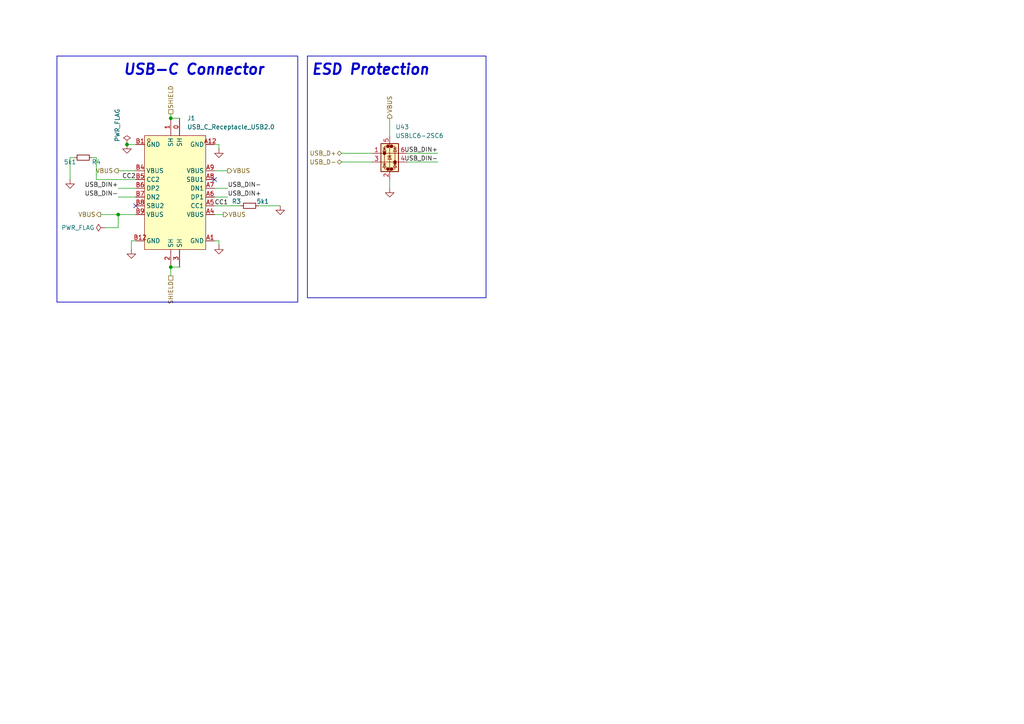
<source format=kicad_sch>
(kicad_sch (version 20250114) (generator "eeschema") (generator_version "9.0")
  (paper "A4")
  (lib_symbols
    (symbol "Device:R_Small" (pin_numbers (hide yes)) (pin_names (offset 0.254) (hide yes))
      (property "Reference" "R" (at 0.762 0.508 0))
      (property "Value" "R_Small" (at 0.762 -1.016 0))
      (symbol "R_Small_0_1"
        (rectangle (start -0.762 1.778) (end 0.762 -1.778) (stroke (width 0.2032)))
      )
      (symbol "R_Small_1_1"
        (pin passive line (at 0 2.54 270) (length 0.762) (name "~") (number "1"))
        (pin passive line (at 0 -2.54 90) (length 0.762) (name "~") (number "2"))
      )
    )
    (symbol "Power_Protection:USBLC6-2SC6" (pin_names (hide yes))
      (property "Reference" "U" (at 0.635 5.715 0))
      (property "Value" "USBLC6-2SC6" (at 0.635 3.81 0))
      (symbol "USBLC6-2SC6_0_0"
        (circle (center -1.524 0) (radius 0.0001) (stroke (width 0.508)))
        (circle (center -0.508 2.032) (radius 0.0001) (stroke (width 0.508)))
        (circle (center -0.508 -4.572) (radius 0.0001) (stroke (width 0.508)))
        (circle (center 0.508 2.032) (radius 0.0001) (stroke (width 0.508)))
        (circle (center 0.508 -4.572) (radius 0.0001) (stroke (width 0.508)))
        (circle (center 1.524 -2.54) (radius 0.0001) (stroke (width 0.508)))
      )
      (symbol "USBLC6-2SC6_0_1"
        (polyline (pts (xy -2.54 0) (xy 2.54 0)))
        (polyline (pts (xy -2.54 -2.54) (xy 2.54 -2.54)))
        (polyline (pts (xy -2.032 0.508) (xy -1.016 0.508) (xy -1.524 1.524) (xy -2.032 0.508)))
        (polyline (pts (xy -2.032 -3.048) (xy -1.016 -3.048)))
        (polyline (pts (xy -1.016 1.524) (xy -2.032 1.524)))
        (polyline (pts (xy -1.016 -4.064) (xy -2.032 -4.064) (xy -1.524 -3.048) (xy -1.016 -4.064)))
        (polyline (pts (xy -0.508 -1.143) (xy -0.508 -0.762) (xy 0.508 -0.762)))
        (polyline (pts (xy 0 2.54) (xy -0.508 2.032) (xy 0.508 2.032) (xy 0 1.524) (xy 0 -4.064) (xy -0.508 -4.572) (xy 0.508 -4.572) (xy 0 -5.08)))
        (polyline (pts (xy 0.508 -1.778) (xy -0.508 -1.778) (xy 0 -0.762) (xy 0.508 -1.778)))
        (polyline (pts (xy 1.016 1.524) (xy 2.032 1.524)))
        (polyline (pts (xy 1.016 -3.048) (xy 2.032 -3.048)))
        (polyline (pts (xy 2.032 0.508) (xy 1.016 0.508) (xy 1.524 1.524) (xy 2.032 0.508)))
        (polyline (pts (xy 2.032 -4.064) (xy 1.016 -4.064) (xy 1.524 -3.048) (xy 2.032 -4.064)))
      )
      (symbol "USBLC6-2SC6_1_1"
        (rectangle (start -2.54 2.794) (end 2.54 -5.334) (stroke (width 0.254)) (fill (type background)))
        (polyline (pts (xy -0.508 2.032) (xy -1.524 2.032) (xy -1.524 -4.572) (xy -0.508 -4.572)))
        (polyline (pts (xy 0.508 -4.572) (xy 1.524 -4.572) (xy 1.524 2.032) (xy 0.508 2.032)))
        (pin passive line (at -5.08 0 0) (length 2.54) (name "I/O1") (number "1"))
        (pin passive line (at -5.08 -2.54 0) (length 2.54) (name "I/O2") (number "3"))
        (pin passive line (at 0 5.08 270) (length 2.54) (name "VBUS") (number "5"))
        (pin passive line (at 0 -7.62 90) (length 2.54) (name "GND") (number "2"))
        (pin passive line (at 5.08 0 180) (length 2.54) (name "I/O1") (number "6"))
        (pin passive line (at 5.08 -2.54 180) (length 2.54) (name "I/O2") (number "4"))
      )
    )
    (symbol "lcsc:TYPE-C-31-M-12"
      (property "Reference" "USBC" (at 0 26.67 0))
      (property "Value" "TYPE-C-31-M-12" (at 0 -26.67 0))
      (symbol "TYPE-C-31-M-12_0_1"
        (rectangle (start -8.89 16.51) (end 8.89 -16.51) (fill (type background)))
        (circle (center -7.62 15.24) (radius 0.38))
        (pin unspecified line (at -11.43 13.97 0) (length 2.54) (name "GND") (number "B1"))
        (pin unspecified line (at -11.43 6.35 0) (length 2.54) (name "VBUS") (number "B4"))
        (pin unspecified line (at -11.43 3.81 0) (length 2.54) (name "CC2") (number "B5"))
        (pin unspecified line (at -11.43 1.27 0) (length 2.54) (name "DP2") (number "B6"))
        (pin unspecified line (at -11.43 -1.27 0) (length 2.54) (name "DN2") (number "B7"))
        (pin unspecified line (at -11.43 -3.81 0) (length 2.54) (name "SBU2") (number "B8"))
        (pin unspecified line (at -11.43 -6.35 0) (length 2.54) (name "VBUS") (number "B9"))
        (pin unspecified line (at -11.43 -13.97 0) (length 2.54) (name "GND") (number "B12"))
        (pin unspecified line (at 1.27 21.59 270) (length 5.08) (name "SH") (number "0"))
        (pin unspecified line (at 11.43 13.97 180) (length 2.54) (name "GND") (number "A12"))
        (pin unspecified line (at 11.43 6.35 180) (length 2.54) (name "VBUS") (number "A9"))
        (pin unspecified line (at 11.43 3.81 180) (length 2.54) (name "SBU1") (number "A8"))
        (pin unspecified line (at 11.43 1.27 180) (length 2.54) (name "DN1") (number "A7"))
        (pin unspecified line (at 11.43 -1.27 180) (length 2.54) (name "DP1") (number "A6"))
        (pin unspecified line (at 11.43 -3.81 180) (length 2.54) (name "CC1") (number "A5"))
        (pin unspecified line (at 11.43 -6.35 180) (length 2.54) (name "VBUS") (number "A4"))
        (pin unspecified line (at 11.43 -13.97 180) (length 2.54) (name "GND") (number "A1"))
      )
      (symbol "TYPE-C-31-M-12_1_1"
        (pin unspecified line (at -1.27 21.59 270) (length 5.08) (name "SH") (number "1"))
        (pin unspecified line (at -1.27 -21.59 90) (length 5.08) (name "SH") (number "2"))
        (pin unspecified line (at 1.27 -21.59 90) (length 5.08) (name "SH") (number "3"))
      )
    )
    (symbol "power:GND" (power) (pin_numbers (hide yes)) (pin_names (offset 0) (hide yes))
      (property "Value" "GND" (at 0 -3.81 0))
      (symbol "GND_0_1"
        (polyline (pts (xy 0 0) (xy 0 -1.27) (xy 1.27 -1.27) (xy 0 -2.54) (xy -1.27 -1.27) (xy 0 -1.27)))
      )
      (symbol "GND_1_1"
        (pin power_in line (at 0 0 270) (length 0) (name "~") (number "1"))
      )
    )
    (symbol "power:PWR_FLAG" (power) (pin_numbers (hide yes)) (pin_names (offset 0) (hide yes))
      (property "Value" "PWR_FLAG" (at 0 3.81 0))
      (symbol "PWR_FLAG_0_0"
        (pin power_out line (at 0 0 90) (length 0) (name "~") (number "1"))
      )
      (symbol "PWR_FLAG_0_1"
        (polyline (pts (xy 0 0) (xy 0 1.27) (xy -1.016 1.905) (xy 0 2.54) (xy 1.016 1.905) (xy 0 1.27)))
      )
    )
  )
  (rectangle (start 16.51 16.256) (end 86.36 87.63) (stroke (width 0.2)))
  (rectangle (start 89.154 16.256) (end 140.97 86.36) (stroke (width 0.2)))
  (text "USB-C Connector" (at 35.56 20.32 0) (effects (font (size 3 3) (thickness 0.6) (bold yes) (italic yes)) (justify left)))
  (text "ESD Protection" (at 90.17 20.32 0) (effects (font (size 3 3) (thickness 0.6) (bold yes) (italic yes)) (justify left)))
  (junction (at 34.29 62.23))
  (junction (at 36.83 41.91))
  (junction (at 49.53 77.47))
  (junction (at 49.53 34.29))
  (no_connect (at 39.37 59.69))
  (no_connect (at 62.23 52.07))
  (wire (pts (xy 62.23 54.61) (xy 66.04 54.61)))
  (wire (pts (xy 29.21 62.23) (xy 34.29 62.23)))
  (wire (pts (xy 127 44.45) (xy 118.11 44.45)))
  (wire (pts (xy 36.83 41.91) (xy 39.37 41.91)))
  (wire (pts (xy 49.53 77.47) (xy 49.53 80.01)))
  (wire (pts (xy 63.5 71.12) (xy 63.5 69.85)))
  (wire (pts (xy 30.48 66.04) (xy 34.29 66.04)))
  (wire (pts (xy 62.23 62.23) (xy 64.77 62.23)))
  (wire (pts (xy 34.29 54.61) (xy 39.37 54.61)))
  (wire (pts (xy 49.53 34.29) (xy 52.07 34.29)))
  (wire (pts (xy 27.94 45.72) (xy 26.67 45.72)))
  (wire (pts (xy 62.23 49.53) (xy 66.04 49.53)))
  (wire (pts (xy 34.29 66.04) (xy 34.29 62.23)))
  (wire (pts (xy 63.5 41.91) (xy 62.23 41.91)))
  (wire (pts (xy 38.1 69.85) (xy 39.37 69.85)))
  (wire (pts (xy 21.59 45.72) (xy 20.32 45.72)))
  (wire (pts (xy 113.03 54.61) (xy 113.03 52.07)))
  (wire (pts (xy 38.1 72.39) (xy 38.1 69.85)))
  (wire (pts (xy 34.29 62.23) (xy 39.37 62.23)))
  (wire (pts (xy 34.29 57.15) (xy 39.37 57.15)))
  (wire (pts (xy 62.23 59.69) (xy 69.85 59.69)))
  (wire (pts (xy 49.53 33.02) (xy 49.53 34.29)))
  (wire (pts (xy 63.5 43.18) (xy 63.5 41.91)))
  (wire (pts (xy 63.5 69.85) (xy 62.23 69.85)))
  (wire (pts (xy 34.29 49.53) (xy 39.37 49.53)))
  (wire (pts (xy 27.94 45.72) (xy 27.94 52.07)))
  (wire (pts (xy 27.94 52.07) (xy 39.37 52.07)))
  (wire (pts (xy 62.23 57.15) (xy 66.04 57.15)))
  (wire (pts (xy 20.32 45.72) (xy 20.32 52.07)))
  (wire (pts (xy 74.93 59.69) (xy 81.28 59.69)))
  (wire (pts (xy 127 46.99) (xy 118.11 46.99)))
  (wire (pts (xy 99.06 44.45) (xy 107.95 44.45)))
  (wire (pts (xy 99.06 46.99) (xy 107.95 46.99)))
  (wire (pts (xy 49.53 77.47) (xy 52.07 77.47)))
  (wire (pts (xy 113.03 34.29) (xy 113.03 39.37)))
  (label "USB_DIN+" (at 66.04 57.15 0))
  (label "USB_DIN+" (at 34.29 54.61 180))
  (label "USB_DIN-" (at 66.04 54.61 0))
  (label "USB_DIN-" (at 127 46.99 180))
  (label "USB_DIN+" (at 127 44.45 180))
  (label "CC2" (at 39.37 52.07 180))
  (label "USB_DIN-" (at 34.29 57.15 180))
  (label "CC1" (at 62.23 59.69 0))
  (hierarchical_label "VBUS" (shape output) (at 66.04 49.53 0))
  (hierarchical_label "USB_D+" (shape bidirectional) (at 99.06 44.45 180))
  (hierarchical_label "USB_D-" (shape bidirectional) (at 99.06 46.99 180))
  (hierarchical_label "SHIELD" (shape passive) (at 49.53 33.02 90))
  (hierarchical_label "VBUS" (shape output) (at 113.03 34.29 90))
  (hierarchical_label "VBUS" (shape output) (at 64.77 62.23 0))
  (hierarchical_label "VBUS" (shape output) (at 34.29 49.53 180))
  (hierarchical_label "SHIELD" (shape passive) (at 49.53 80.01 270))
  (hierarchical_label "VBUS" (shape output) (at 29.21 62.23 180))
  (symbol (lib_id "Device:R_Small") (at 24.13 45.72 270) (unit 1)
    (property "Reference" "R4" (at 27.94 46.99 90))
    (property "Value" "5k1" (at 20.32 46.99 90))
    (property "Footprint" "Resistor_SMD:R_0402_1005Metric" (effects (hide yes)))
    (property "Description" "Resistor, small symbol" (effects (hide yes)))
    (property "LCSC" "C25905" (effects (hide yes)))
  )
  (symbol (lib_id "power:PWR_FLAG") (at 30.48 66.04 90) (unit 1)
    (property "Reference" "#FLG03" (effects (hide yes)))
    (property "Value" "PWR_FLAG" (at 27.432 66.04 90) (effects (justify left)))
    (property "Description" "Special symbol for telling ERC where power comes from" (effects (hide yes)))
  )
  (symbol (lib_id "Power_Protection:USBLC6-2SC6") (at 113.03 44.45 0) (unit 1)
    (property "Reference" "U43" (at 114.6811 36.83 0) (effects (justify left)))
    (property "Value" "USBLC6-2SC6" (at 114.6811 39.37 0) (effects (justify left)))
    (property "Footprint" "Package_TO_SOT_SMD:SOT-23-6" (effects (hide yes)))
    (property "Datasheet" "https://www.st.com/resource/en/datasheet/usblc6-2.pdf" (effects (hide yes)))
    (property "Description" "Very low capacitance ESD protection diode, 2 data-line, SOT-23-6" (effects (hide yes)))
    (property "LCSC" "C2827654" (effects (hide yes)))
  )
  (symbol (lib_id "power:GND") (at 63.5 43.18 0) (unit 1)
    (property "Reference" "#PWR041" (effects (hide yes)))
    (property "Value" "GND" (effects (hide yes)))
    (property "Description" "Power symbol creates a global label with name \"GND\" , ground" (effects (hide yes)))
  )
  (symbol (lib_id "power:GND") (at 113.03 54.61 0) (unit 1)
    (property "Reference" "#PWR015" (effects (hide yes)))
    (property "Value" "GND" (effects (hide yes)))
    (property "Description" "Power symbol creates a global label with name \"GND\" , ground" (effects (hide yes)))
  )
  (symbol (lib_id "lcsc:TYPE-C-31-M-12") (at 50.8 55.88 0) (unit 1)
    (property "Reference" "J1" (at 54.2641 34.29 0) (effects (justify left)))
    (property "Value" "USB_C_Receptacle_USB2.0" (at 54.2641 36.83 0) (effects (justify left)))
    (property "Footprint" "lcsc:USB-C_SMD-TYPE-C-31-M-12" (effects (hide yes)))
    (property "Datasheet" "https://lcsc.com/product-detail/USB-Type-C_Korean-Hroparts-Elec-TYPE-C-31-M-12_C165948.html" (effects (hide yes)))
    (property "Description" "USB 2.0-only 16P Type-C Receptacle connector" (effects (hide yes)))
    (property "LCSC" "C165948" (effects (hide yes)))
    (property "LCSC Part" "C165948" (effects (hide yes)))
  )
  (symbol (lib_id "power:GND") (at 20.32 52.07 0) (unit 1)
    (property "Reference" "#PWR031" (effects (hide yes)))
    (property "Value" "GND" (effects (hide yes)))
    (property "Description" "Power symbol creates a global label with name \"GND\" , ground" (effects (hide yes)))
  )
  (symbol (lib_id "power:PWR_FLAG") (at 36.83 41.91 0) (unit 1)
    (property "Reference" "#FLG02" (effects (hide yes)))
    (property "Value" "PWR_FLAG" (at 34.036 41.148 90) (effects (justify left)))
    (property "Description" "Special symbol for telling ERC where power comes from" (effects (hide yes)))
  )
  (symbol (lib_id "power:GND") (at 38.1 72.39 0) (unit 1)
    (property "Reference" "#PWR040" (effects (hide yes)))
    (property "Value" "GND" (effects (hide yes)))
    (property "Description" "Power symbol creates a global label with name \"GND\" , ground" (effects (hide yes)))
  )
  (symbol (lib_id "Device:R_Small") (at 72.39 59.69 90) (unit 1)
    (property "Reference" "R3" (at 68.58 58.42 90))
    (property "Value" "5k1" (at 76.2 58.42 90))
    (property "Footprint" "Resistor_SMD:R_0402_1005Metric" (effects (hide yes)))
    (property "Description" "Resistor, small symbol" (effects (hide yes)))
    (property "LCSC" "C25905" (effects (hide yes)))
  )
  (symbol (lib_id "power:GND") (at 63.5 71.12 0) (unit 1)
    (property "Reference" "#PWR012" (effects (hide yes)))
    (property "Value" "GND" (effects (hide yes)))
    (property "Description" "Power symbol creates a global label with name \"GND\" , ground" (effects (hide yes)))
  )
  (symbol (lib_id "power:GND") (at 81.28 59.69 0) (unit 1)
    (property "Reference" "#PWR014" (effects (hide yes)))
    (property "Value" "GND" (effects (hide yes)))
    (property "Description" "Power symbol creates a global label with name \"GND\" , ground" (effects (hide yes)))
  )
  (symbol (lib_id "power:GND") (at 36.83 41.91 0) (unit 1)
    (property "Reference" "#PWR036" (effects (hide yes)))
    (property "Value" "GND" (effects (hide yes)))
    (property "Description" "Power symbol creates a global label with name \"GND\" , ground" (effects (hide yes)))
  )
)
</source>
